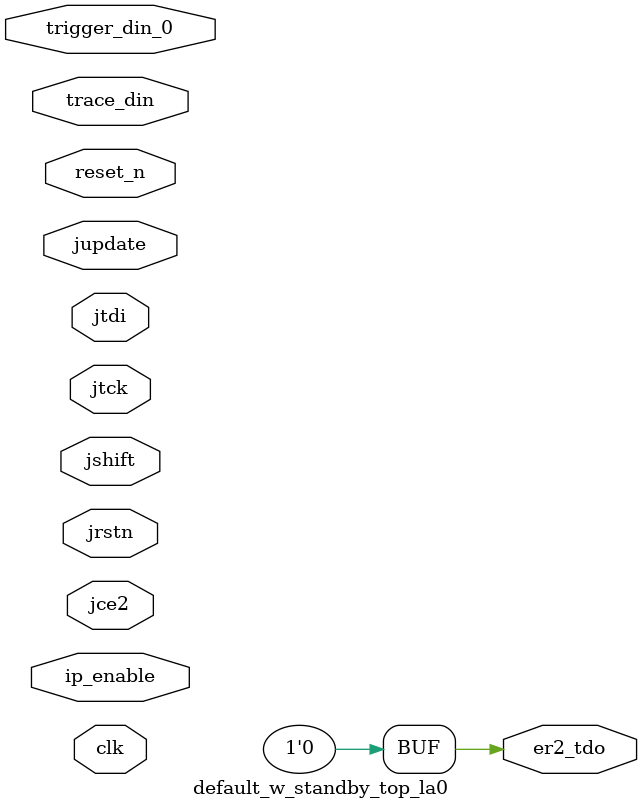
<source format=v>

/* WARNING - Changes to this file should be performed by re-running IPexpress
or modifying the .LPC file and regenerating the core.  Other changes may lead
to inconsistent simulation and/or implemenation results */

module default_w_standby_top_la0 (
    clk,
    reset_n,
    jtck,
    jrstn,
    jce2,
    jtdi,
    er2_tdo,
    jshift,
    jupdate,
    trigger_din_0,
    trace_din,
    ip_enable
);

// PARAMETERS DEFINED BY USER
localparam NUM_TRACE_SIGNALS   = 18;
localparam NUM_TRIGGER_SIGNALS = 1;
localparam INCLUDE_TRIG_DATA   = 0;
localparam NUM_TU_BITS_0       = 1;

input  clk;
input  reset_n;
input  jtck;
input  jrstn;
input  jce2;
input  jtdi;
output er2_tdo;
input  jshift;
input  jupdate;
input  [NUM_TU_BITS_0 -1:0] trigger_din_0;
input  [NUM_TRACE_SIGNALS + (NUM_TRIGGER_SIGNALS * INCLUDE_TRIG_DATA) -1:0] trace_din;
input  ip_enable;

assign er2_tdo = 1'b0;

endmodule

</source>
